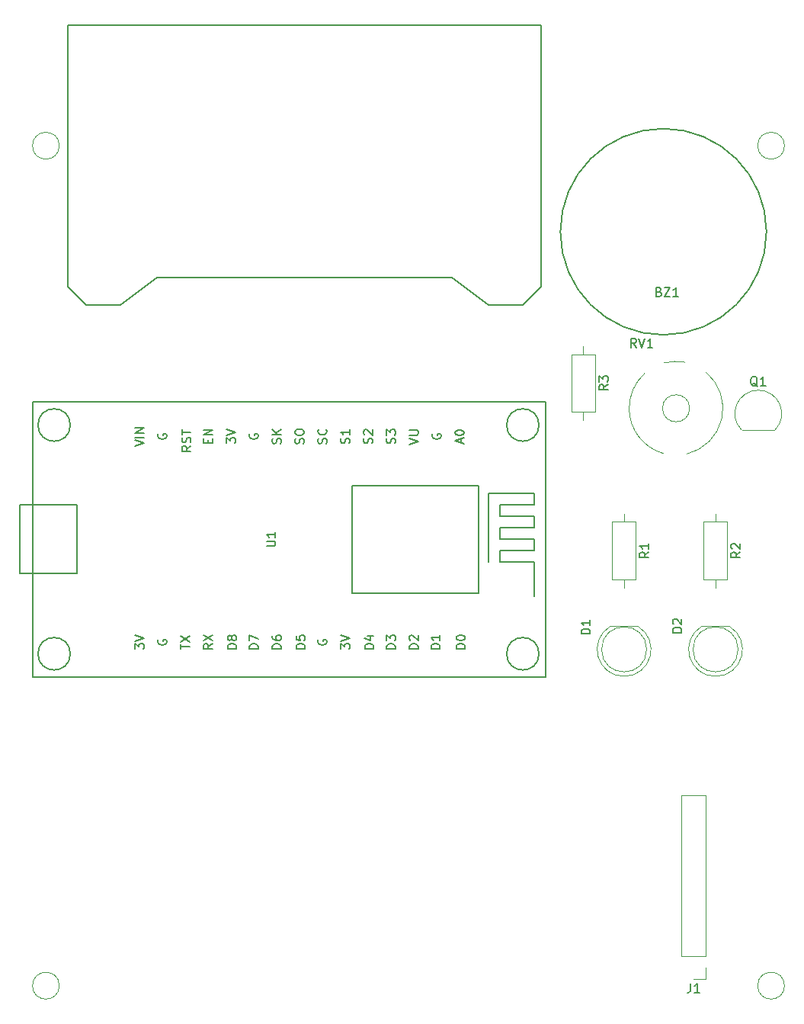
<source format=gbr>
G04 #@! TF.FileFunction,Legend,Top*
%FSLAX46Y46*%
G04 Gerber Fmt 4.6, Leading zero omitted, Abs format (unit mm)*
G04 Created by KiCad (PCBNEW 4.0.7-e2-6376~58~ubuntu16.04.1) date Thu May 17 09:56:29 2018*
%MOMM*%
%LPD*%
G01*
G04 APERTURE LIST*
%ADD10C,0.100000*%
%ADD11C,0.150000*%
%ADD12C,0.120000*%
G04 APERTURE END LIST*
D10*
D11*
X194711070Y-70866000D02*
G75*
G03X194711070Y-70866000I-11450070J0D01*
G01*
D12*
X178891738Y-120236400D02*
G75*
G03X180437030Y-114686400I462J2990000D01*
G01*
X178892662Y-120236400D02*
G75*
G02X177347370Y-114686400I-462J2990000D01*
G01*
X181392200Y-117246400D02*
G75*
G03X181392200Y-117246400I-2500000J0D01*
G01*
X180437200Y-114686400D02*
X177347200Y-114686400D01*
X189051738Y-120236400D02*
G75*
G03X190597030Y-114686400I462J2990000D01*
G01*
X189052662Y-120236400D02*
G75*
G02X187507370Y-114686400I-462J2990000D01*
G01*
X191552200Y-117246400D02*
G75*
G03X191552200Y-117246400I-2500000J0D01*
G01*
X190597200Y-114686400D02*
X187507200Y-114686400D01*
X180176800Y-103063600D02*
X177556800Y-103063600D01*
X177556800Y-103063600D02*
X177556800Y-109483600D01*
X177556800Y-109483600D02*
X180176800Y-109483600D01*
X180176800Y-109483600D02*
X180176800Y-103063600D01*
X178866800Y-102173600D02*
X178866800Y-103063600D01*
X178866800Y-110373600D02*
X178866800Y-109483600D01*
X190336800Y-103063600D02*
X187716800Y-103063600D01*
X187716800Y-103063600D02*
X187716800Y-109483600D01*
X187716800Y-109483600D02*
X190336800Y-109483600D01*
X190336800Y-109483600D02*
X190336800Y-103063600D01*
X189026800Y-102173600D02*
X189026800Y-103063600D01*
X189026800Y-110373600D02*
X189026800Y-109483600D01*
D11*
X162700000Y-99029000D02*
X162700000Y-111029000D01*
X162700000Y-111029000D02*
X148700000Y-111029000D01*
X148700000Y-111029000D02*
X148700000Y-99029000D01*
X148700000Y-99029000D02*
X162700000Y-99029000D01*
X163830000Y-107569000D02*
X163830000Y-99949000D01*
X163830000Y-99949000D02*
X168910000Y-99949000D01*
X168910000Y-99949000D02*
X168910000Y-101219000D01*
X168910000Y-101219000D02*
X165100000Y-101219000D01*
X165100000Y-101219000D02*
X165100000Y-102489000D01*
X165100000Y-102489000D02*
X168910000Y-102489000D01*
X168910000Y-102489000D02*
X168910000Y-103759000D01*
X168910000Y-103759000D02*
X165100000Y-103759000D01*
X165100000Y-103759000D02*
X165100000Y-105029000D01*
X165100000Y-105029000D02*
X168910000Y-105029000D01*
X168910000Y-105029000D02*
X168910000Y-106299000D01*
X168910000Y-106299000D02*
X165100000Y-106299000D01*
X165100000Y-106299000D02*
X165100000Y-107569000D01*
X165100000Y-107569000D02*
X168910000Y-107569000D01*
X168910000Y-107569000D02*
X168910000Y-111379000D01*
X111760000Y-101219000D02*
X111760000Y-108839000D01*
X111760000Y-108839000D02*
X118110000Y-108839000D01*
X118110000Y-108839000D02*
X118110000Y-101219000D01*
X118110000Y-101219000D02*
X111760000Y-101219000D01*
X117366051Y-117729000D02*
G75*
G03X117366051Y-117729000I-1796051J0D01*
G01*
X117366051Y-92329000D02*
G75*
G03X117366051Y-92329000I-1796051J0D01*
G01*
X169436051Y-92329000D02*
G75*
G03X169436051Y-92329000I-1796051J0D01*
G01*
X169436051Y-117729000D02*
G75*
G03X169436051Y-117729000I-1796051J0D01*
G01*
X170200000Y-120279000D02*
X170200000Y-90279000D01*
X170200000Y-90279000D02*
X170200000Y-89779000D01*
X170200000Y-89779000D02*
X113200000Y-89779000D01*
X113200000Y-89779000D02*
X113200000Y-120279000D01*
X113200000Y-120279000D02*
X170200000Y-120279000D01*
D12*
X183230329Y-95479173D02*
G75*
G02X179456400Y-90471000I1436071J5008173D01*
G01*
X188016347Y-86480383D02*
G75*
G02X185837400Y-95548000I-3349947J-3990617D01*
G01*
X183317533Y-85437928D02*
G75*
G02X185660400Y-85356000I1348867J-5033072D01*
G01*
X179457143Y-90561657D02*
G75*
G02X181180400Y-86599000I5209257J90657D01*
G01*
X186166400Y-90471000D02*
G75*
G03X186166400Y-90471000I-1500000J0D01*
G01*
X116145600Y-61315600D02*
G75*
G03X116145600Y-61315600I-1490000J0D01*
G01*
X116145600Y-154584400D02*
G75*
G03X116145600Y-154584400I-1490000J0D01*
G01*
X196714400Y-154584400D02*
G75*
G03X196714400Y-154584400I-1490000J0D01*
G01*
X196714400Y-61315600D02*
G75*
G03X196714400Y-61315600I-1490000J0D01*
G01*
X175655600Y-84470800D02*
X173035600Y-84470800D01*
X173035600Y-84470800D02*
X173035600Y-90890800D01*
X173035600Y-90890800D02*
X175655600Y-90890800D01*
X175655600Y-90890800D02*
X175655600Y-84470800D01*
X174345600Y-83580800D02*
X174345600Y-84470800D01*
X174345600Y-91780800D02*
X174345600Y-90890800D01*
X192002000Y-92909000D02*
X195602000Y-92909000D01*
X191963522Y-92897478D02*
G75*
G02X193802000Y-88459000I1838478J1838478D01*
G01*
X195640478Y-92897478D02*
G75*
G03X193802000Y-88459000I-1838478J1838478D01*
G01*
X187943800Y-133442400D02*
X185283800Y-133442400D01*
X187943800Y-151282400D02*
X187943800Y-133442400D01*
X185283800Y-151282400D02*
X185283800Y-133442400D01*
X187943800Y-151282400D02*
X185283800Y-151282400D01*
X187943800Y-152552400D02*
X187943800Y-153882400D01*
X187943800Y-153882400D02*
X186613800Y-153882400D01*
D11*
X117094000Y-47896000D02*
X117094000Y-76979000D01*
X117094000Y-76979000D02*
X119126000Y-79011000D01*
X119126000Y-79011000D02*
X122936000Y-79011000D01*
X122936000Y-79011000D02*
X127000000Y-75963000D01*
X127000000Y-75963000D02*
X159766000Y-75963000D01*
X163830000Y-79011000D02*
X159766000Y-75963000D01*
X167640000Y-79011000D02*
X169672000Y-76979000D01*
X169672000Y-76979000D02*
X169672000Y-47896000D01*
X169672000Y-47896000D02*
X117094000Y-47896000D01*
X167640000Y-79011000D02*
X163830000Y-79011000D01*
X182775048Y-77539571D02*
X182917905Y-77587190D01*
X182965524Y-77634810D01*
X183013143Y-77730048D01*
X183013143Y-77872905D01*
X182965524Y-77968143D01*
X182917905Y-78015762D01*
X182822667Y-78063381D01*
X182441714Y-78063381D01*
X182441714Y-77063381D01*
X182775048Y-77063381D01*
X182870286Y-77111000D01*
X182917905Y-77158619D01*
X182965524Y-77253857D01*
X182965524Y-77349095D01*
X182917905Y-77444333D01*
X182870286Y-77491952D01*
X182775048Y-77539571D01*
X182441714Y-77539571D01*
X183346476Y-77063381D02*
X184013143Y-77063381D01*
X183346476Y-78063381D01*
X184013143Y-78063381D01*
X184917905Y-78063381D02*
X184346476Y-78063381D01*
X184632190Y-78063381D02*
X184632190Y-77063381D01*
X184536952Y-77206238D01*
X184441714Y-77301476D01*
X184346476Y-77349095D01*
X175128181Y-115520695D02*
X174128181Y-115520695D01*
X174128181Y-115282600D01*
X174175800Y-115139742D01*
X174271038Y-115044504D01*
X174366276Y-114996885D01*
X174556752Y-114949266D01*
X174699610Y-114949266D01*
X174890086Y-114996885D01*
X174985324Y-115044504D01*
X175080562Y-115139742D01*
X175128181Y-115282600D01*
X175128181Y-115520695D01*
X175128181Y-113996885D02*
X175128181Y-114568314D01*
X175128181Y-114282600D02*
X174128181Y-114282600D01*
X174271038Y-114377838D01*
X174366276Y-114473076D01*
X174413895Y-114568314D01*
X185288181Y-115368295D02*
X184288181Y-115368295D01*
X184288181Y-115130200D01*
X184335800Y-114987342D01*
X184431038Y-114892104D01*
X184526276Y-114844485D01*
X184716752Y-114796866D01*
X184859610Y-114796866D01*
X185050086Y-114844485D01*
X185145324Y-114892104D01*
X185240562Y-114987342D01*
X185288181Y-115130200D01*
X185288181Y-115368295D01*
X184383419Y-114415914D02*
X184335800Y-114368295D01*
X184288181Y-114273057D01*
X184288181Y-114034961D01*
X184335800Y-113939723D01*
X184383419Y-113892104D01*
X184478657Y-113844485D01*
X184573895Y-113844485D01*
X184716752Y-113892104D01*
X185288181Y-114463533D01*
X185288181Y-113844485D01*
X181629181Y-106440266D02*
X181152990Y-106773600D01*
X181629181Y-107011695D02*
X180629181Y-107011695D01*
X180629181Y-106630742D01*
X180676800Y-106535504D01*
X180724419Y-106487885D01*
X180819657Y-106440266D01*
X180962514Y-106440266D01*
X181057752Y-106487885D01*
X181105371Y-106535504D01*
X181152990Y-106630742D01*
X181152990Y-107011695D01*
X181629181Y-105487885D02*
X181629181Y-106059314D01*
X181629181Y-105773600D02*
X180629181Y-105773600D01*
X180772038Y-105868838D01*
X180867276Y-105964076D01*
X180914895Y-106059314D01*
X191789181Y-106440266D02*
X191312990Y-106773600D01*
X191789181Y-107011695D02*
X190789181Y-107011695D01*
X190789181Y-106630742D01*
X190836800Y-106535504D01*
X190884419Y-106487885D01*
X190979657Y-106440266D01*
X191122514Y-106440266D01*
X191217752Y-106487885D01*
X191265371Y-106535504D01*
X191312990Y-106630742D01*
X191312990Y-107011695D01*
X190884419Y-106059314D02*
X190836800Y-106011695D01*
X190789181Y-105916457D01*
X190789181Y-105678361D01*
X190836800Y-105583123D01*
X190884419Y-105535504D01*
X190979657Y-105487885D01*
X191074895Y-105487885D01*
X191217752Y-105535504D01*
X191789181Y-106106933D01*
X191789181Y-105487885D01*
X139152381Y-105790905D02*
X139961905Y-105790905D01*
X140057143Y-105743286D01*
X140104762Y-105695667D01*
X140152381Y-105600429D01*
X140152381Y-105409952D01*
X140104762Y-105314714D01*
X140057143Y-105267095D01*
X139961905Y-105219476D01*
X139152381Y-105219476D01*
X140152381Y-104219476D02*
X140152381Y-104790905D01*
X140152381Y-104505191D02*
X139152381Y-104505191D01*
X139295238Y-104600429D01*
X139390476Y-104695667D01*
X139438095Y-104790905D01*
X124547381Y-94694238D02*
X125547381Y-94360905D01*
X124547381Y-94027571D01*
X125547381Y-93694238D02*
X124547381Y-93694238D01*
X125547381Y-93218048D02*
X124547381Y-93218048D01*
X125547381Y-92646619D01*
X124547381Y-92646619D01*
X127135000Y-93337095D02*
X127087381Y-93432333D01*
X127087381Y-93575190D01*
X127135000Y-93718048D01*
X127230238Y-93813286D01*
X127325476Y-93860905D01*
X127515952Y-93908524D01*
X127658810Y-93908524D01*
X127849286Y-93860905D01*
X127944524Y-93813286D01*
X128039762Y-93718048D01*
X128087381Y-93575190D01*
X128087381Y-93479952D01*
X128039762Y-93337095D01*
X127992143Y-93289476D01*
X127658810Y-93289476D01*
X127658810Y-93479952D01*
X130754381Y-94654619D02*
X130278190Y-94987953D01*
X130754381Y-95226048D02*
X129754381Y-95226048D01*
X129754381Y-94845095D01*
X129802000Y-94749857D01*
X129849619Y-94702238D01*
X129944857Y-94654619D01*
X130087714Y-94654619D01*
X130182952Y-94702238D01*
X130230571Y-94749857D01*
X130278190Y-94845095D01*
X130278190Y-95226048D01*
X130706762Y-94273667D02*
X130754381Y-94130810D01*
X130754381Y-93892714D01*
X130706762Y-93797476D01*
X130659143Y-93749857D01*
X130563905Y-93702238D01*
X130468667Y-93702238D01*
X130373429Y-93749857D01*
X130325810Y-93797476D01*
X130278190Y-93892714D01*
X130230571Y-94083191D01*
X130182952Y-94178429D01*
X130135333Y-94226048D01*
X130040095Y-94273667D01*
X129944857Y-94273667D01*
X129849619Y-94226048D01*
X129802000Y-94178429D01*
X129754381Y-94083191D01*
X129754381Y-93845095D01*
X129802000Y-93702238D01*
X129754381Y-93416524D02*
X129754381Y-92845095D01*
X130754381Y-93130810D02*
X129754381Y-93130810D01*
X132643571Y-94337095D02*
X132643571Y-94003761D01*
X133167381Y-93860904D02*
X133167381Y-94337095D01*
X132167381Y-94337095D01*
X132167381Y-93860904D01*
X133167381Y-93432333D02*
X132167381Y-93432333D01*
X133167381Y-92860904D01*
X132167381Y-92860904D01*
X134707381Y-94360905D02*
X134707381Y-93741857D01*
X135088333Y-94075191D01*
X135088333Y-93932333D01*
X135135952Y-93837095D01*
X135183571Y-93789476D01*
X135278810Y-93741857D01*
X135516905Y-93741857D01*
X135612143Y-93789476D01*
X135659762Y-93837095D01*
X135707381Y-93932333D01*
X135707381Y-94218048D01*
X135659762Y-94313286D01*
X135612143Y-94360905D01*
X134707381Y-93456143D02*
X135707381Y-93122810D01*
X134707381Y-92789476D01*
X137295000Y-93337095D02*
X137247381Y-93432333D01*
X137247381Y-93575190D01*
X137295000Y-93718048D01*
X137390238Y-93813286D01*
X137485476Y-93860905D01*
X137675952Y-93908524D01*
X137818810Y-93908524D01*
X138009286Y-93860905D01*
X138104524Y-93813286D01*
X138199762Y-93718048D01*
X138247381Y-93575190D01*
X138247381Y-93479952D01*
X138199762Y-93337095D01*
X138152143Y-93289476D01*
X137818810Y-93289476D01*
X137818810Y-93479952D01*
X140739762Y-94384714D02*
X140787381Y-94241857D01*
X140787381Y-94003761D01*
X140739762Y-93908523D01*
X140692143Y-93860904D01*
X140596905Y-93813285D01*
X140501667Y-93813285D01*
X140406429Y-93860904D01*
X140358810Y-93908523D01*
X140311190Y-94003761D01*
X140263571Y-94194238D01*
X140215952Y-94289476D01*
X140168333Y-94337095D01*
X140073095Y-94384714D01*
X139977857Y-94384714D01*
X139882619Y-94337095D01*
X139835000Y-94289476D01*
X139787381Y-94194238D01*
X139787381Y-93956142D01*
X139835000Y-93813285D01*
X140787381Y-93384714D02*
X139787381Y-93384714D01*
X140787381Y-92813285D02*
X140215952Y-93241857D01*
X139787381Y-92813285D02*
X140358810Y-93384714D01*
X143279762Y-94408524D02*
X143327381Y-94265667D01*
X143327381Y-94027571D01*
X143279762Y-93932333D01*
X143232143Y-93884714D01*
X143136905Y-93837095D01*
X143041667Y-93837095D01*
X142946429Y-93884714D01*
X142898810Y-93932333D01*
X142851190Y-94027571D01*
X142803571Y-94218048D01*
X142755952Y-94313286D01*
X142708333Y-94360905D01*
X142613095Y-94408524D01*
X142517857Y-94408524D01*
X142422619Y-94360905D01*
X142375000Y-94313286D01*
X142327381Y-94218048D01*
X142327381Y-93979952D01*
X142375000Y-93837095D01*
X142327381Y-93218048D02*
X142327381Y-93027571D01*
X142375000Y-92932333D01*
X142470238Y-92837095D01*
X142660714Y-92789476D01*
X142994048Y-92789476D01*
X143184524Y-92837095D01*
X143279762Y-92932333D01*
X143327381Y-93027571D01*
X143327381Y-93218048D01*
X143279762Y-93313286D01*
X143184524Y-93408524D01*
X142994048Y-93456143D01*
X142660714Y-93456143D01*
X142470238Y-93408524D01*
X142375000Y-93313286D01*
X142327381Y-93218048D01*
X145819762Y-94384714D02*
X145867381Y-94241857D01*
X145867381Y-94003761D01*
X145819762Y-93908523D01*
X145772143Y-93860904D01*
X145676905Y-93813285D01*
X145581667Y-93813285D01*
X145486429Y-93860904D01*
X145438810Y-93908523D01*
X145391190Y-94003761D01*
X145343571Y-94194238D01*
X145295952Y-94289476D01*
X145248333Y-94337095D01*
X145153095Y-94384714D01*
X145057857Y-94384714D01*
X144962619Y-94337095D01*
X144915000Y-94289476D01*
X144867381Y-94194238D01*
X144867381Y-93956142D01*
X144915000Y-93813285D01*
X145772143Y-92813285D02*
X145819762Y-92860904D01*
X145867381Y-93003761D01*
X145867381Y-93098999D01*
X145819762Y-93241857D01*
X145724524Y-93337095D01*
X145629286Y-93384714D01*
X145438810Y-93432333D01*
X145295952Y-93432333D01*
X145105476Y-93384714D01*
X145010238Y-93337095D01*
X144915000Y-93241857D01*
X144867381Y-93098999D01*
X144867381Y-93003761D01*
X144915000Y-92860904D01*
X144962619Y-92813285D01*
X148359762Y-94360905D02*
X148407381Y-94218048D01*
X148407381Y-93979952D01*
X148359762Y-93884714D01*
X148312143Y-93837095D01*
X148216905Y-93789476D01*
X148121667Y-93789476D01*
X148026429Y-93837095D01*
X147978810Y-93884714D01*
X147931190Y-93979952D01*
X147883571Y-94170429D01*
X147835952Y-94265667D01*
X147788333Y-94313286D01*
X147693095Y-94360905D01*
X147597857Y-94360905D01*
X147502619Y-94313286D01*
X147455000Y-94265667D01*
X147407381Y-94170429D01*
X147407381Y-93932333D01*
X147455000Y-93789476D01*
X148407381Y-92837095D02*
X148407381Y-93408524D01*
X148407381Y-93122810D02*
X147407381Y-93122810D01*
X147550238Y-93218048D01*
X147645476Y-93313286D01*
X147693095Y-93408524D01*
X150899762Y-94360905D02*
X150947381Y-94218048D01*
X150947381Y-93979952D01*
X150899762Y-93884714D01*
X150852143Y-93837095D01*
X150756905Y-93789476D01*
X150661667Y-93789476D01*
X150566429Y-93837095D01*
X150518810Y-93884714D01*
X150471190Y-93979952D01*
X150423571Y-94170429D01*
X150375952Y-94265667D01*
X150328333Y-94313286D01*
X150233095Y-94360905D01*
X150137857Y-94360905D01*
X150042619Y-94313286D01*
X149995000Y-94265667D01*
X149947381Y-94170429D01*
X149947381Y-93932333D01*
X149995000Y-93789476D01*
X150042619Y-93408524D02*
X149995000Y-93360905D01*
X149947381Y-93265667D01*
X149947381Y-93027571D01*
X149995000Y-92932333D01*
X150042619Y-92884714D01*
X150137857Y-92837095D01*
X150233095Y-92837095D01*
X150375952Y-92884714D01*
X150947381Y-93456143D01*
X150947381Y-92837095D01*
X153439762Y-94360905D02*
X153487381Y-94218048D01*
X153487381Y-93979952D01*
X153439762Y-93884714D01*
X153392143Y-93837095D01*
X153296905Y-93789476D01*
X153201667Y-93789476D01*
X153106429Y-93837095D01*
X153058810Y-93884714D01*
X153011190Y-93979952D01*
X152963571Y-94170429D01*
X152915952Y-94265667D01*
X152868333Y-94313286D01*
X152773095Y-94360905D01*
X152677857Y-94360905D01*
X152582619Y-94313286D01*
X152535000Y-94265667D01*
X152487381Y-94170429D01*
X152487381Y-93932333D01*
X152535000Y-93789476D01*
X152487381Y-93456143D02*
X152487381Y-92837095D01*
X152868333Y-93170429D01*
X152868333Y-93027571D01*
X152915952Y-92932333D01*
X152963571Y-92884714D01*
X153058810Y-92837095D01*
X153296905Y-92837095D01*
X153392143Y-92884714D01*
X153439762Y-92932333D01*
X153487381Y-93027571D01*
X153487381Y-93313286D01*
X153439762Y-93408524D01*
X153392143Y-93456143D01*
X155027381Y-94456143D02*
X156027381Y-94122810D01*
X155027381Y-93789476D01*
X155027381Y-93456143D02*
X155836905Y-93456143D01*
X155932143Y-93408524D01*
X155979762Y-93360905D01*
X156027381Y-93265667D01*
X156027381Y-93075190D01*
X155979762Y-92979952D01*
X155932143Y-92932333D01*
X155836905Y-92884714D01*
X155027381Y-92884714D01*
X157615000Y-93337095D02*
X157567381Y-93432333D01*
X157567381Y-93575190D01*
X157615000Y-93718048D01*
X157710238Y-93813286D01*
X157805476Y-93860905D01*
X157995952Y-93908524D01*
X158138810Y-93908524D01*
X158329286Y-93860905D01*
X158424524Y-93813286D01*
X158519762Y-93718048D01*
X158567381Y-93575190D01*
X158567381Y-93479952D01*
X158519762Y-93337095D01*
X158472143Y-93289476D01*
X158138810Y-93289476D01*
X158138810Y-93479952D01*
X160821667Y-94313286D02*
X160821667Y-93837095D01*
X161107381Y-94408524D02*
X160107381Y-94075191D01*
X161107381Y-93741857D01*
X160107381Y-93218048D02*
X160107381Y-93122809D01*
X160155000Y-93027571D01*
X160202619Y-92979952D01*
X160297857Y-92932333D01*
X160488333Y-92884714D01*
X160726429Y-92884714D01*
X160916905Y-92932333D01*
X161012143Y-92979952D01*
X161059762Y-93027571D01*
X161107381Y-93122809D01*
X161107381Y-93218048D01*
X161059762Y-93313286D01*
X161012143Y-93360905D01*
X160916905Y-93408524D01*
X160726429Y-93456143D01*
X160488333Y-93456143D01*
X160297857Y-93408524D01*
X160202619Y-93360905D01*
X160155000Y-93313286D01*
X160107381Y-93218048D01*
X124547381Y-117220905D02*
X124547381Y-116601857D01*
X124928333Y-116935191D01*
X124928333Y-116792333D01*
X124975952Y-116697095D01*
X125023571Y-116649476D01*
X125118810Y-116601857D01*
X125356905Y-116601857D01*
X125452143Y-116649476D01*
X125499762Y-116697095D01*
X125547381Y-116792333D01*
X125547381Y-117078048D01*
X125499762Y-117173286D01*
X125452143Y-117220905D01*
X124547381Y-116316143D02*
X125547381Y-115982810D01*
X124547381Y-115649476D01*
X127135000Y-116197095D02*
X127087381Y-116292333D01*
X127087381Y-116435190D01*
X127135000Y-116578048D01*
X127230238Y-116673286D01*
X127325476Y-116720905D01*
X127515952Y-116768524D01*
X127658810Y-116768524D01*
X127849286Y-116720905D01*
X127944524Y-116673286D01*
X128039762Y-116578048D01*
X128087381Y-116435190D01*
X128087381Y-116339952D01*
X128039762Y-116197095D01*
X127992143Y-116149476D01*
X127658810Y-116149476D01*
X127658810Y-116339952D01*
X129627381Y-117220905D02*
X129627381Y-116649476D01*
X130627381Y-116935191D02*
X129627381Y-116935191D01*
X129627381Y-116411381D02*
X130627381Y-115744714D01*
X129627381Y-115744714D02*
X130627381Y-116411381D01*
X133167381Y-116625666D02*
X132691190Y-116959000D01*
X133167381Y-117197095D02*
X132167381Y-117197095D01*
X132167381Y-116816142D01*
X132215000Y-116720904D01*
X132262619Y-116673285D01*
X132357857Y-116625666D01*
X132500714Y-116625666D01*
X132595952Y-116673285D01*
X132643571Y-116720904D01*
X132691190Y-116816142D01*
X132691190Y-117197095D01*
X132167381Y-116292333D02*
X133167381Y-115625666D01*
X132167381Y-115625666D02*
X133167381Y-116292333D01*
X135834381Y-117197095D02*
X134834381Y-117197095D01*
X134834381Y-116959000D01*
X134882000Y-116816142D01*
X134977238Y-116720904D01*
X135072476Y-116673285D01*
X135262952Y-116625666D01*
X135405810Y-116625666D01*
X135596286Y-116673285D01*
X135691524Y-116720904D01*
X135786762Y-116816142D01*
X135834381Y-116959000D01*
X135834381Y-117197095D01*
X135262952Y-116054238D02*
X135215333Y-116149476D01*
X135167714Y-116197095D01*
X135072476Y-116244714D01*
X135024857Y-116244714D01*
X134929619Y-116197095D01*
X134882000Y-116149476D01*
X134834381Y-116054238D01*
X134834381Y-115863761D01*
X134882000Y-115768523D01*
X134929619Y-115720904D01*
X135024857Y-115673285D01*
X135072476Y-115673285D01*
X135167714Y-115720904D01*
X135215333Y-115768523D01*
X135262952Y-115863761D01*
X135262952Y-116054238D01*
X135310571Y-116149476D01*
X135358190Y-116197095D01*
X135453429Y-116244714D01*
X135643905Y-116244714D01*
X135739143Y-116197095D01*
X135786762Y-116149476D01*
X135834381Y-116054238D01*
X135834381Y-115863761D01*
X135786762Y-115768523D01*
X135739143Y-115720904D01*
X135643905Y-115673285D01*
X135453429Y-115673285D01*
X135358190Y-115720904D01*
X135310571Y-115768523D01*
X135262952Y-115863761D01*
X138247381Y-117197095D02*
X137247381Y-117197095D01*
X137247381Y-116959000D01*
X137295000Y-116816142D01*
X137390238Y-116720904D01*
X137485476Y-116673285D01*
X137675952Y-116625666D01*
X137818810Y-116625666D01*
X138009286Y-116673285D01*
X138104524Y-116720904D01*
X138199762Y-116816142D01*
X138247381Y-116959000D01*
X138247381Y-117197095D01*
X137247381Y-116292333D02*
X137247381Y-115625666D01*
X138247381Y-116054238D01*
X140787381Y-117197095D02*
X139787381Y-117197095D01*
X139787381Y-116959000D01*
X139835000Y-116816142D01*
X139930238Y-116720904D01*
X140025476Y-116673285D01*
X140215952Y-116625666D01*
X140358810Y-116625666D01*
X140549286Y-116673285D01*
X140644524Y-116720904D01*
X140739762Y-116816142D01*
X140787381Y-116959000D01*
X140787381Y-117197095D01*
X139787381Y-115768523D02*
X139787381Y-115959000D01*
X139835000Y-116054238D01*
X139882619Y-116101857D01*
X140025476Y-116197095D01*
X140215952Y-116244714D01*
X140596905Y-116244714D01*
X140692143Y-116197095D01*
X140739762Y-116149476D01*
X140787381Y-116054238D01*
X140787381Y-115863761D01*
X140739762Y-115768523D01*
X140692143Y-115720904D01*
X140596905Y-115673285D01*
X140358810Y-115673285D01*
X140263571Y-115720904D01*
X140215952Y-115768523D01*
X140168333Y-115863761D01*
X140168333Y-116054238D01*
X140215952Y-116149476D01*
X140263571Y-116197095D01*
X140358810Y-116244714D01*
X143454381Y-117197095D02*
X142454381Y-117197095D01*
X142454381Y-116959000D01*
X142502000Y-116816142D01*
X142597238Y-116720904D01*
X142692476Y-116673285D01*
X142882952Y-116625666D01*
X143025810Y-116625666D01*
X143216286Y-116673285D01*
X143311524Y-116720904D01*
X143406762Y-116816142D01*
X143454381Y-116959000D01*
X143454381Y-117197095D01*
X142454381Y-115720904D02*
X142454381Y-116197095D01*
X142930571Y-116244714D01*
X142882952Y-116197095D01*
X142835333Y-116101857D01*
X142835333Y-115863761D01*
X142882952Y-115768523D01*
X142930571Y-115720904D01*
X143025810Y-115673285D01*
X143263905Y-115673285D01*
X143359143Y-115720904D01*
X143406762Y-115768523D01*
X143454381Y-115863761D01*
X143454381Y-116101857D01*
X143406762Y-116197095D01*
X143359143Y-116244714D01*
X144915000Y-116197095D02*
X144867381Y-116292333D01*
X144867381Y-116435190D01*
X144915000Y-116578048D01*
X145010238Y-116673286D01*
X145105476Y-116720905D01*
X145295952Y-116768524D01*
X145438810Y-116768524D01*
X145629286Y-116720905D01*
X145724524Y-116673286D01*
X145819762Y-116578048D01*
X145867381Y-116435190D01*
X145867381Y-116339952D01*
X145819762Y-116197095D01*
X145772143Y-116149476D01*
X145438810Y-116149476D01*
X145438810Y-116339952D01*
X147407381Y-117220905D02*
X147407381Y-116601857D01*
X147788333Y-116935191D01*
X147788333Y-116792333D01*
X147835952Y-116697095D01*
X147883571Y-116649476D01*
X147978810Y-116601857D01*
X148216905Y-116601857D01*
X148312143Y-116649476D01*
X148359762Y-116697095D01*
X148407381Y-116792333D01*
X148407381Y-117078048D01*
X148359762Y-117173286D01*
X148312143Y-117220905D01*
X147407381Y-116316143D02*
X148407381Y-115982810D01*
X147407381Y-115649476D01*
X151074381Y-117197095D02*
X150074381Y-117197095D01*
X150074381Y-116959000D01*
X150122000Y-116816142D01*
X150217238Y-116720904D01*
X150312476Y-116673285D01*
X150502952Y-116625666D01*
X150645810Y-116625666D01*
X150836286Y-116673285D01*
X150931524Y-116720904D01*
X151026762Y-116816142D01*
X151074381Y-116959000D01*
X151074381Y-117197095D01*
X150407714Y-115768523D02*
X151074381Y-115768523D01*
X150026762Y-116006619D02*
X150741048Y-116244714D01*
X150741048Y-115625666D01*
X153487381Y-117197095D02*
X152487381Y-117197095D01*
X152487381Y-116959000D01*
X152535000Y-116816142D01*
X152630238Y-116720904D01*
X152725476Y-116673285D01*
X152915952Y-116625666D01*
X153058810Y-116625666D01*
X153249286Y-116673285D01*
X153344524Y-116720904D01*
X153439762Y-116816142D01*
X153487381Y-116959000D01*
X153487381Y-117197095D01*
X152487381Y-116292333D02*
X152487381Y-115673285D01*
X152868333Y-116006619D01*
X152868333Y-115863761D01*
X152915952Y-115768523D01*
X152963571Y-115720904D01*
X153058810Y-115673285D01*
X153296905Y-115673285D01*
X153392143Y-115720904D01*
X153439762Y-115768523D01*
X153487381Y-115863761D01*
X153487381Y-116149476D01*
X153439762Y-116244714D01*
X153392143Y-116292333D01*
X156027381Y-117197095D02*
X155027381Y-117197095D01*
X155027381Y-116959000D01*
X155075000Y-116816142D01*
X155170238Y-116720904D01*
X155265476Y-116673285D01*
X155455952Y-116625666D01*
X155598810Y-116625666D01*
X155789286Y-116673285D01*
X155884524Y-116720904D01*
X155979762Y-116816142D01*
X156027381Y-116959000D01*
X156027381Y-117197095D01*
X155122619Y-116244714D02*
X155075000Y-116197095D01*
X155027381Y-116101857D01*
X155027381Y-115863761D01*
X155075000Y-115768523D01*
X155122619Y-115720904D01*
X155217857Y-115673285D01*
X155313095Y-115673285D01*
X155455952Y-115720904D01*
X156027381Y-116292333D01*
X156027381Y-115673285D01*
X158440381Y-117197095D02*
X157440381Y-117197095D01*
X157440381Y-116959000D01*
X157488000Y-116816142D01*
X157583238Y-116720904D01*
X157678476Y-116673285D01*
X157868952Y-116625666D01*
X158011810Y-116625666D01*
X158202286Y-116673285D01*
X158297524Y-116720904D01*
X158392762Y-116816142D01*
X158440381Y-116959000D01*
X158440381Y-117197095D01*
X158440381Y-115673285D02*
X158440381Y-116244714D01*
X158440381Y-115959000D02*
X157440381Y-115959000D01*
X157583238Y-116054238D01*
X157678476Y-116149476D01*
X157726095Y-116244714D01*
X161234381Y-117197095D02*
X160234381Y-117197095D01*
X160234381Y-116959000D01*
X160282000Y-116816142D01*
X160377238Y-116720904D01*
X160472476Y-116673285D01*
X160662952Y-116625666D01*
X160805810Y-116625666D01*
X160996286Y-116673285D01*
X161091524Y-116720904D01*
X161186762Y-116816142D01*
X161234381Y-116959000D01*
X161234381Y-117197095D01*
X160234381Y-116006619D02*
X160234381Y-115911380D01*
X160282000Y-115816142D01*
X160329619Y-115768523D01*
X160424857Y-115720904D01*
X160615333Y-115673285D01*
X160853429Y-115673285D01*
X161043905Y-115720904D01*
X161139143Y-115768523D01*
X161186762Y-115816142D01*
X161234381Y-115911380D01*
X161234381Y-116006619D01*
X161186762Y-116101857D01*
X161139143Y-116149476D01*
X161043905Y-116197095D01*
X160853429Y-116244714D01*
X160615333Y-116244714D01*
X160424857Y-116197095D01*
X160329619Y-116149476D01*
X160282000Y-116101857D01*
X160234381Y-116006619D01*
X180252762Y-83713581D02*
X179919428Y-83237390D01*
X179681333Y-83713581D02*
X179681333Y-82713581D01*
X180062286Y-82713581D01*
X180157524Y-82761200D01*
X180205143Y-82808819D01*
X180252762Y-82904057D01*
X180252762Y-83046914D01*
X180205143Y-83142152D01*
X180157524Y-83189771D01*
X180062286Y-83237390D01*
X179681333Y-83237390D01*
X180538476Y-82713581D02*
X180871809Y-83713581D01*
X181205143Y-82713581D01*
X182062286Y-83713581D02*
X181490857Y-83713581D01*
X181776571Y-83713581D02*
X181776571Y-82713581D01*
X181681333Y-82856438D01*
X181586095Y-82951676D01*
X181490857Y-82999295D01*
X177107981Y-87847466D02*
X176631790Y-88180800D01*
X177107981Y-88418895D02*
X176107981Y-88418895D01*
X176107981Y-88037942D01*
X176155600Y-87942704D01*
X176203219Y-87895085D01*
X176298457Y-87847466D01*
X176441314Y-87847466D01*
X176536552Y-87895085D01*
X176584171Y-87942704D01*
X176631790Y-88037942D01*
X176631790Y-88418895D01*
X176107981Y-87514133D02*
X176107981Y-86895085D01*
X176488933Y-87228419D01*
X176488933Y-87085561D01*
X176536552Y-86990323D01*
X176584171Y-86942704D01*
X176679410Y-86895085D01*
X176917505Y-86895085D01*
X177012743Y-86942704D01*
X177060362Y-86990323D01*
X177107981Y-87085561D01*
X177107981Y-87371276D01*
X177060362Y-87466514D01*
X177012743Y-87514133D01*
X193706762Y-88046619D02*
X193611524Y-87999000D01*
X193516286Y-87903762D01*
X193373429Y-87760905D01*
X193278190Y-87713286D01*
X193182952Y-87713286D01*
X193230571Y-87951381D02*
X193135333Y-87903762D01*
X193040095Y-87808524D01*
X192992476Y-87618048D01*
X192992476Y-87284714D01*
X193040095Y-87094238D01*
X193135333Y-86999000D01*
X193230571Y-86951381D01*
X193421048Y-86951381D01*
X193516286Y-86999000D01*
X193611524Y-87094238D01*
X193659143Y-87284714D01*
X193659143Y-87618048D01*
X193611524Y-87808524D01*
X193516286Y-87903762D01*
X193421048Y-87951381D01*
X193230571Y-87951381D01*
X194611524Y-87951381D02*
X194040095Y-87951381D01*
X194325809Y-87951381D02*
X194325809Y-86951381D01*
X194230571Y-87094238D01*
X194135333Y-87189476D01*
X194040095Y-87237095D01*
X186280467Y-154334781D02*
X186280467Y-155049067D01*
X186232847Y-155191924D01*
X186137609Y-155287162D01*
X185994752Y-155334781D01*
X185899514Y-155334781D01*
X187280467Y-155334781D02*
X186709038Y-155334781D01*
X186994752Y-155334781D02*
X186994752Y-154334781D01*
X186899514Y-154477638D01*
X186804276Y-154572876D01*
X186709038Y-154620495D01*
M02*

</source>
